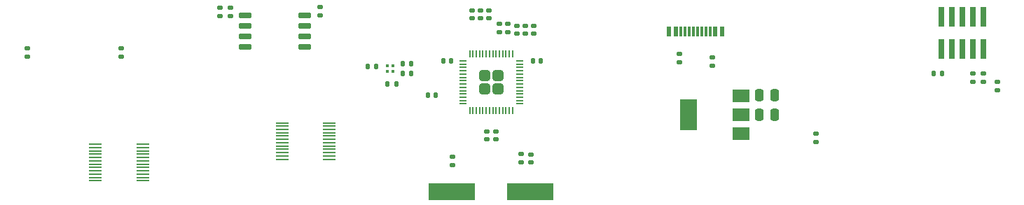
<source format=gbr>
%TF.GenerationSoftware,KiCad,Pcbnew,(6.0.10)*%
%TF.CreationDate,2023-02-13T20:41:26-05:00*%
%TF.ProjectId,master_board,6d617374-6572-45f6-926f-6172642e6b69,rev?*%
%TF.SameCoordinates,Original*%
%TF.FileFunction,Paste,Top*%
%TF.FilePolarity,Positive*%
%FSLAX46Y46*%
G04 Gerber Fmt 4.6, Leading zero omitted, Abs format (unit mm)*
G04 Created by KiCad (PCBNEW (6.0.10)) date 2023-02-13 20:41:26*
%MOMM*%
%LPD*%
G01*
G04 APERTURE LIST*
G04 Aperture macros list*
%AMRoundRect*
0 Rectangle with rounded corners*
0 $1 Rounding radius*
0 $2 $3 $4 $5 $6 $7 $8 $9 X,Y pos of 4 corners*
0 Add a 4 corners polygon primitive as box body*
4,1,4,$2,$3,$4,$5,$6,$7,$8,$9,$2,$3,0*
0 Add four circle primitives for the rounded corners*
1,1,$1+$1,$2,$3*
1,1,$1+$1,$4,$5*
1,1,$1+$1,$6,$7*
1,1,$1+$1,$8,$9*
0 Add four rect primitives between the rounded corners*
20,1,$1+$1,$2,$3,$4,$5,0*
20,1,$1+$1,$4,$5,$6,$7,0*
20,1,$1+$1,$6,$7,$8,$9,0*
20,1,$1+$1,$8,$9,$2,$3,0*%
G04 Aperture macros list end*
%ADD10R,0.600000X1.150000*%
%ADD11R,0.300000X1.150000*%
%ADD12RoundRect,0.135000X0.185000X-0.135000X0.185000X0.135000X-0.185000X0.135000X-0.185000X-0.135000X0*%
%ADD13RoundRect,0.135000X0.135000X0.185000X-0.135000X0.185000X-0.135000X-0.185000X0.135000X-0.185000X0*%
%ADD14RoundRect,0.140000X0.170000X-0.140000X0.170000X0.140000X-0.170000X0.140000X-0.170000X-0.140000X0*%
%ADD15RoundRect,0.140000X-0.170000X0.140000X-0.170000X-0.140000X0.170000X-0.140000X0.170000X0.140000X0*%
%ADD16RoundRect,0.140000X-0.140000X-0.170000X0.140000X-0.170000X0.140000X0.170000X-0.140000X0.170000X0*%
%ADD17RoundRect,0.249999X-0.395001X-0.395001X0.395001X-0.395001X0.395001X0.395001X-0.395001X0.395001X0*%
%ADD18RoundRect,0.050000X-0.387500X-0.050000X0.387500X-0.050000X0.387500X0.050000X-0.387500X0.050000X0*%
%ADD19RoundRect,0.050000X-0.050000X-0.387500X0.050000X-0.387500X0.050000X0.387500X-0.050000X0.387500X0*%
%ADD20RoundRect,0.250000X0.250000X0.475000X-0.250000X0.475000X-0.250000X-0.475000X0.250000X-0.475000X0*%
%ADD21RoundRect,0.135000X-0.185000X0.135000X-0.185000X-0.135000X0.185000X-0.135000X0.185000X0.135000X0*%
%ADD22RoundRect,0.250000X-0.250000X-0.475000X0.250000X-0.475000X0.250000X0.475000X-0.250000X0.475000X0*%
%ADD23R,5.600000X2.100000*%
%ADD24R,0.320000X0.320000*%
%ADD25RoundRect,0.140000X0.140000X0.170000X-0.140000X0.170000X-0.140000X-0.170000X0.140000X-0.170000X0*%
%ADD26R,2.000000X1.500000*%
%ADD27R,2.000000X3.800000*%
%ADD28RoundRect,0.062500X-0.675000X-0.062500X0.675000X-0.062500X0.675000X0.062500X-0.675000X0.062500X0*%
%ADD29RoundRect,0.150000X-0.650000X-0.150000X0.650000X-0.150000X0.650000X0.150000X-0.650000X0.150000X0*%
%ADD30R,0.740000X2.400000*%
G04 APERTURE END LIST*
D10*
%TO.C,J2*%
X122900000Y-24180000D03*
X122100000Y-24180000D03*
D11*
X120950000Y-24180000D03*
X119950000Y-24180000D03*
X119450000Y-24180000D03*
X118450000Y-24180000D03*
D10*
X117300000Y-24180000D03*
X116500000Y-24180000D03*
X116500000Y-24180000D03*
X117300000Y-24180000D03*
D11*
X117950000Y-24180000D03*
X118950000Y-24180000D03*
X120450000Y-24180000D03*
X121450000Y-24180000D03*
D10*
X122100000Y-24180000D03*
X122900000Y-24180000D03*
%TD*%
D12*
%TO.C,R16*%
X38900000Y-27210000D03*
X38900000Y-26190000D03*
%TD*%
D13*
%TO.C,R6*%
X149510000Y-29250000D03*
X148490000Y-29250000D03*
%TD*%
D12*
%TO.C,R14*%
X98600000Y-40010000D03*
X98600000Y-38990000D03*
%TD*%
D14*
%TO.C,C7*%
X99154913Y-24433027D03*
X99154913Y-23473027D03*
%TD*%
D15*
%TO.C,C12*%
X90300000Y-39320000D03*
X90300000Y-40280000D03*
%TD*%
D16*
%TO.C,C9*%
X100020000Y-27700000D03*
X100980000Y-27700000D03*
%TD*%
D13*
%TO.C,R2*%
X85310000Y-29200000D03*
X84290000Y-29200000D03*
%TD*%
D12*
%TO.C,R15*%
X63500000Y-22250000D03*
X63500000Y-21230000D03*
%TD*%
D17*
%TO.C,U2*%
X95800000Y-29500000D03*
X94200000Y-29500000D03*
X94200000Y-31100000D03*
X95800000Y-31100000D03*
D18*
X91562500Y-27700000D03*
X91562500Y-28100000D03*
X91562500Y-28500000D03*
X91562500Y-28900000D03*
X91562500Y-29300000D03*
X91562500Y-29700000D03*
X91562500Y-30100000D03*
X91562500Y-30500000D03*
X91562500Y-30900000D03*
X91562500Y-31300000D03*
X91562500Y-31700000D03*
X91562500Y-32100000D03*
X91562500Y-32500000D03*
X91562500Y-32900000D03*
D19*
X92400000Y-33737500D03*
X92800000Y-33737500D03*
X93200000Y-33737500D03*
X93600000Y-33737500D03*
X94000000Y-33737500D03*
X94400000Y-33737500D03*
X94800000Y-33737500D03*
X95200000Y-33737500D03*
X95600000Y-33737500D03*
X96000000Y-33737500D03*
X96400000Y-33737500D03*
X96800000Y-33737500D03*
X97200000Y-33737500D03*
X97600000Y-33737500D03*
D18*
X98437500Y-32900000D03*
X98437500Y-32500000D03*
X98437500Y-32100000D03*
X98437500Y-31700000D03*
X98437500Y-31300000D03*
X98437500Y-30900000D03*
X98437500Y-30500000D03*
X98437500Y-30100000D03*
X98437500Y-29700000D03*
X98437500Y-29300000D03*
X98437500Y-28900000D03*
X98437500Y-28500000D03*
X98437500Y-28100000D03*
X98437500Y-27700000D03*
D19*
X97600000Y-26862500D03*
X97200000Y-26862500D03*
X96800000Y-26862500D03*
X96400000Y-26862500D03*
X96000000Y-26862500D03*
X95600000Y-26862500D03*
X95200000Y-26862500D03*
X94800000Y-26862500D03*
X94400000Y-26862500D03*
X94000000Y-26862500D03*
X93600000Y-26862500D03*
X93200000Y-26862500D03*
X92800000Y-26862500D03*
X92400000Y-26862500D03*
%TD*%
D20*
%TO.C,C2*%
X129275000Y-34250000D03*
X127375000Y-34250000D03*
%TD*%
D13*
%TO.C,R1*%
X85310000Y-28000000D03*
X84290000Y-28000000D03*
%TD*%
D21*
%TO.C,R7*%
X121750000Y-27240000D03*
X121750000Y-28260000D03*
%TD*%
D15*
%TO.C,C13*%
X99800000Y-39020000D03*
X99800000Y-39980000D03*
%TD*%
D21*
%TO.C,R11*%
X97000000Y-23240000D03*
X97000000Y-24260000D03*
%TD*%
D14*
%TO.C,C6*%
X98154913Y-24433027D03*
X98154913Y-23473027D03*
%TD*%
D21*
%TO.C,R4*%
X154500000Y-29240000D03*
X154500000Y-30260000D03*
%TD*%
D13*
%TO.C,R3*%
X83510000Y-30500000D03*
X82490000Y-30500000D03*
%TD*%
D14*
%TO.C,C8*%
X100154913Y-24426769D03*
X100154913Y-23466769D03*
%TD*%
%TO.C,C16*%
X94712859Y-22521473D03*
X94712859Y-21561473D03*
%TD*%
D22*
%TO.C,C1*%
X127375000Y-31875000D03*
X129275000Y-31875000D03*
%TD*%
D14*
%TO.C,C15*%
X93712859Y-22521473D03*
X93712859Y-21561473D03*
%TD*%
D21*
%TO.C,R13*%
X62250000Y-21230000D03*
X62250000Y-22250000D03*
%TD*%
%TO.C,R9*%
X156200000Y-30240000D03*
X156200000Y-31260000D03*
%TD*%
%TO.C,R5*%
X153250000Y-29240000D03*
X153250000Y-30260000D03*
%TD*%
D12*
%TO.C,R17*%
X50300000Y-27210000D03*
X50300000Y-26190000D03*
%TD*%
D23*
%TO.C,Y1*%
X99750000Y-43500000D03*
X90250000Y-43500000D03*
%TD*%
D15*
%TO.C,C4*%
X95600000Y-36220000D03*
X95600000Y-37180000D03*
%TD*%
D24*
%TO.C,D1*%
X82470000Y-28930000D03*
X83130000Y-28930000D03*
X83130000Y-28270000D03*
X82470000Y-28270000D03*
%TD*%
D21*
%TO.C,R8*%
X117750000Y-26865000D03*
X117750000Y-27885000D03*
%TD*%
D14*
%TO.C,C17*%
X74350000Y-22180000D03*
X74350000Y-21220000D03*
%TD*%
D25*
%TO.C,C14*%
X90180000Y-27700000D03*
X89220000Y-27700000D03*
%TD*%
D21*
%TO.C,R10*%
X96000000Y-23240000D03*
X96000000Y-24260000D03*
%TD*%
D25*
%TO.C,C3*%
X81080000Y-28350000D03*
X80120000Y-28350000D03*
%TD*%
D26*
%TO.C,U1*%
X125200000Y-36500000D03*
X125200000Y-34200000D03*
D27*
X118900000Y-34200000D03*
D26*
X125200000Y-31900000D03*
%TD*%
D14*
%TO.C,C5*%
X92712859Y-22521473D03*
X92712859Y-21561473D03*
%TD*%
D28*
%TO.C,U5*%
X69725243Y-35200000D03*
X69725243Y-35600000D03*
X69725243Y-36000000D03*
X69725243Y-36400000D03*
X69725243Y-36800000D03*
X69725243Y-37200000D03*
X69725243Y-37600000D03*
X69725243Y-38000000D03*
X69725243Y-38400000D03*
X69725243Y-38800000D03*
X69725243Y-39200000D03*
X69725243Y-39600000D03*
X75450243Y-39600000D03*
X75450243Y-39200000D03*
X75450243Y-38800000D03*
X75450243Y-38400000D03*
X75450243Y-38000000D03*
X75450243Y-37600000D03*
X75450243Y-37200000D03*
X75450243Y-36800000D03*
X75450243Y-36400000D03*
X75450243Y-36000000D03*
X75450243Y-35600000D03*
X75450243Y-35200000D03*
%TD*%
D15*
%TO.C,C10*%
X94500000Y-36220000D03*
X94500000Y-37180000D03*
%TD*%
D29*
%TO.C,U3*%
X65300000Y-22195000D03*
X65300000Y-23465000D03*
X65300000Y-24735000D03*
X65300000Y-26005000D03*
X72500000Y-26005000D03*
X72500000Y-24735000D03*
X72500000Y-23465000D03*
X72500000Y-22195000D03*
%TD*%
D28*
%TO.C,U4*%
X47137500Y-37800000D03*
X47137500Y-38200000D03*
X47137500Y-38600000D03*
X47137500Y-39000000D03*
X47137500Y-39400000D03*
X47137500Y-39800000D03*
X47137500Y-40200000D03*
X47137500Y-40600000D03*
X47137500Y-41000000D03*
X47137500Y-41400000D03*
X47137500Y-41800000D03*
X47137500Y-42200000D03*
X52862500Y-42200000D03*
X52862500Y-41800000D03*
X52862500Y-41400000D03*
X52862500Y-41000000D03*
X52862500Y-40600000D03*
X52862500Y-40200000D03*
X52862500Y-39800000D03*
X52862500Y-39400000D03*
X52862500Y-39000000D03*
X52862500Y-38600000D03*
X52862500Y-38200000D03*
X52862500Y-37800000D03*
%TD*%
D30*
%TO.C,J1*%
X154540000Y-22350000D03*
X154540000Y-26250000D03*
X153270000Y-22350000D03*
X153270000Y-26250000D03*
X152000000Y-22350000D03*
X152000000Y-26250000D03*
X150730000Y-22350000D03*
X150730000Y-26250000D03*
X149460000Y-22350000D03*
X149460000Y-26250000D03*
%TD*%
D21*
%TO.C,R12*%
X134250000Y-36490000D03*
X134250000Y-37510000D03*
%TD*%
D25*
%TO.C,C11*%
X88330000Y-31875000D03*
X87370000Y-31875000D03*
%TD*%
M02*

</source>
